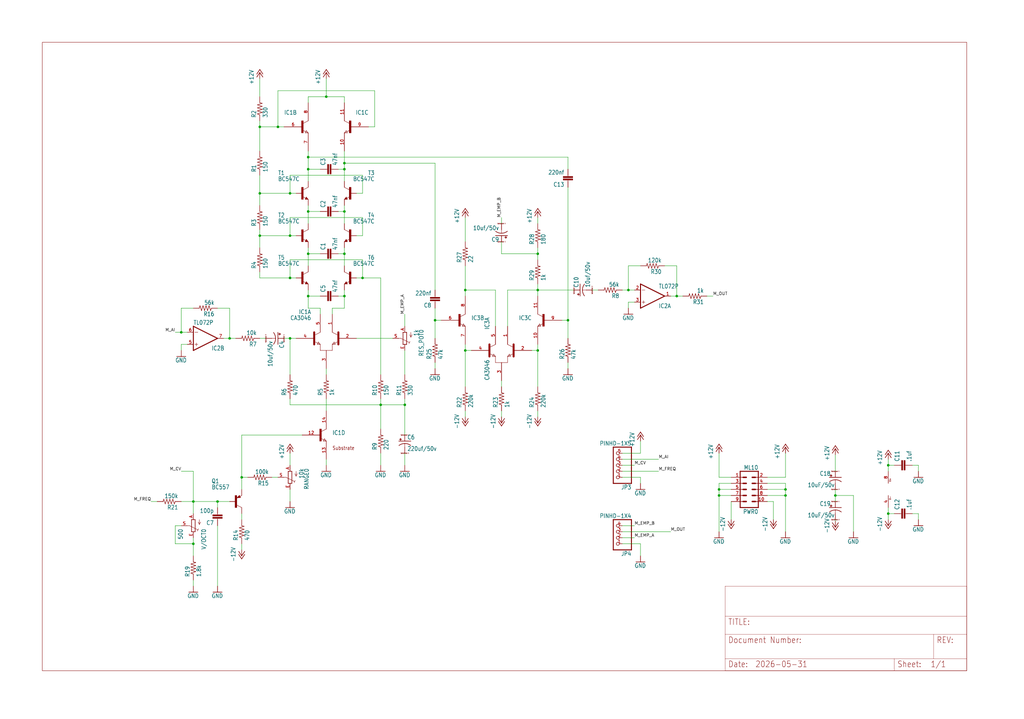
<source format=kicad_sch>
(kicad_sch (version 20231120) (generator "eeschema") (generator_version "8.0")
  (paper "User" 430.454 302.311)
  (junction (at 330.2 208.28))
  (junction (at 238.76 134.62))
  (junction (at 137.16 40.64))
  (junction (at 109.22 53.34))
  (junction (at 195.58 121.92))
  (junction (at 170.18 170.18))
  (junction (at 144.78 124.46))
  (junction (at 121.92 99.06))
  (junction (at 129.54 106.68))
  (junction (at 182.88 134.62))
  (junction (at 330.2 205.74))
  (junction (at 76.2 139.7))
  (junction (at 144.78 88.9))
  (junction (at 226.06 147.32))
  (junction (at 373.38 195.58))
  (junction (at 195.58 147.32))
  (junction (at 373.38 215.9))
  (junction (at 302.26 205.74))
  (junction (at 116.84 53.34))
  (junction (at 121.92 116.84))
  (junction (at 96.52 142.24))
  (junction (at 101.6 200.66))
  (junction (at 129.54 71.12))
  (junction (at 351.155 208.28))
  (junction (at 109.22 99.06))
  (junction (at 121.92 142.24))
  (junction (at 91.44 210.82))
  (junction (at 144.78 106.68))
  (junction (at 129.54 66.04))
  (junction (at 81.28 210.82))
  (junction (at 160.02 170.18))
  (junction (at 152.4 116.84))
  (junction (at 129.54 124.46))
  (junction (at 129.54 88.9))
  (junction (at 144.78 68.58))
  (junction (at 284.48 124.46))
  (junction (at 144.78 71.12))
  (junction (at 81.28 228.6))
  (junction (at 226.06 106.68))
  (junction (at 302.26 208.28))
  (junction (at 226.06 121.92))
  (junction (at 109.22 81.28))
  (junction (at 121.92 81.28))
  (junction (at 264.16 121.92))
  (wire (pts (xy 129.54 66.04) (xy 129.54 71.12)) (stroke (width 0.1524)))
  (wire (pts (xy 137.16 167.64) (xy 137.16 172.72)) (stroke (width 0.1524)))
  (wire (pts (xy 76.2 144.78) (xy 78.74 144.78)) (stroke (width 0.1524)))
  (wire (pts (xy 182.88 154.94) (xy 182.88 152.4)) (stroke (width 0.1524)))
  (wire (pts (xy 238.76 66.04) (xy 238.76 71.12)) (stroke (width 0.1524)))
  (wire (pts (xy 195.58 101.6) (xy 195.58 91.44)) (stroke (width 0.1524)))
  (wire (pts (xy 129.54 88.9) (xy 134.62 88.9)) (stroke (width 0.1524)))
  (wire (pts (xy 269.24 200.66) (xy 269.24 203.2)) (stroke (width 0.1524)))
  (wire (pts (xy 170.18 170.18) (xy 170.18 167.64)) (stroke (width 0.1524)))
  (wire (pts (xy 152.4 109.22) (xy 121.92 109.22)) (stroke (width 0.1524)))
  (wire (pts (xy 351.155 208.28) (xy 358.775 208.28)) (stroke (width 0.1524)))
  (wire (pts (xy 157.48 53.34) (xy 154.94 53.34)) (stroke (width 0.1524)))
  (wire (pts (xy 101.6 182.88) (xy 101.6 200.66)) (stroke (width 0.1524)))
  (wire (pts (xy 149.86 142.24) (xy 165.1 142.24)) (stroke (width 0.1524)))
  (wire (pts (xy 160.02 195.58) (xy 160.02 190.5)) (stroke (width 0.1524)))
  (wire (pts (xy 195.58 175.26) (xy 195.58 172.72)) (stroke (width 0.1524)))
  (wire (pts (xy 226.06 106.68) (xy 226.06 104.14)) (stroke (width 0.1524)))
  (wire (pts (xy 76.2 139.7) (xy 76.2 129.54)) (stroke (width 0.1524)))
  (wire (pts (xy 142.24 124.46) (xy 144.78 124.46)) (stroke (width 0.1524)))
  (wire (pts (xy 170.18 157.48) (xy 170.18 147.32)) (stroke (width 0.1524)))
  (wire (pts (xy 195.58 144.78) (xy 195.58 147.32)) (stroke (width 0.1524)))
  (wire (pts (xy 144.78 71.12) (xy 144.78 68.58)) (stroke (width 0.1524)))
  (wire (pts (xy 144.78 76.2) (xy 144.78 71.12)) (stroke (width 0.1524)))
  (wire (pts (xy 121.92 91.44) (xy 121.92 99.06)) (stroke (width 0.1524)))
  (wire (pts (xy 284.48 124.46) (xy 281.94 124.46)) (stroke (width 0.1524)))
  (wire (pts (xy 210.82 93.98) (xy 210.82 91.44)) (stroke (width 0.1524)))
  (wire (pts (xy 121.92 142.24) (xy 121.92 157.48)) (stroke (width 0.1524)))
  (wire (pts (xy 91.44 220.98) (xy 91.44 246.38)) (stroke (width 0.1524)))
  (wire (pts (xy 351.155 198.12) (xy 351.155 191.135)) (stroke (width 0.1524)))
  (wire (pts (xy 127 182.88) (xy 101.6 182.88)) (stroke (width 0.1524)))
  (wire (pts (xy 73.66 220.98) (xy 73.66 228.6)) (stroke (width 0.1524)))
  (wire (pts (xy 160.02 170.18) (xy 170.18 170.18)) (stroke (width 0.1524)))
  (wire (pts (xy 121.92 190.5) (xy 121.92 195.58)) (stroke (width 0.1524)))
  (wire (pts (xy 330.2 208.28) (xy 322.58 208.28)) (stroke (width 0.1524)))
  (wire (pts (xy 76.2 210.82) (xy 81.28 210.82)) (stroke (width 0.1524)))
  (wire (pts (xy 170.18 195.58) (xy 170.18 190.5)) (stroke (width 0.1524)))
  (wire (pts (xy 152.4 116.84) (xy 160.02 116.84)) (stroke (width 0.1524)))
  (wire (pts (xy 182.88 68.58) (xy 144.78 68.58)) (stroke (width 0.1524)))
  (wire (pts (xy 129.54 86.36) (xy 129.54 88.9)) (stroke (width 0.1524)))
  (wire (pts (xy 129.54 71.12) (xy 129.54 76.2)) (stroke (width 0.1524)))
  (wire (pts (xy 351.155 218.44) (xy 351.155 219.075)) (stroke (width 0.1524)))
  (wire (pts (xy 109.22 104.14) (xy 109.22 99.06)) (stroke (width 0.1524)))
  (wire (pts (xy 152.4 73.66) (xy 121.92 73.66)) (stroke (width 0.1524)))
  (wire (pts (xy 226.06 121.92) (xy 226.06 124.46)) (stroke (width 0.1524)))
  (wire (pts (xy 121.92 99.06) (xy 124.46 99.06)) (stroke (width 0.1524)))
  (wire (pts (xy 269.24 190.5) (xy 269.24 185.42)) (stroke (width 0.1524)))
  (wire (pts (xy 330.2 203.2) (xy 322.58 203.2)) (stroke (width 0.1524)))
  (wire (pts (xy 284.48 111.76) (xy 284.48 124.46)) (stroke (width 0.1524)))
  (wire (pts (xy 149.86 116.84) (xy 152.4 116.84)) (stroke (width 0.1524)))
  (wire (pts (xy 182.88 142.24) (xy 182.88 134.62)) (stroke (width 0.1524)))
  (wire (pts (xy 261.62 190.5) (xy 269.24 190.5)) (stroke (width 0.1524)))
  (wire (pts (xy 121.92 73.66) (xy 121.92 81.28)) (stroke (width 0.1524)))
  (wire (pts (xy 139.7 129.54) (xy 139.7 132.08)) (stroke (width 0.1524)))
  (wire (pts (xy 182.88 68.58) (xy 182.88 121.92)) (stroke (width 0.1524)))
  (wire (pts (xy 152.4 99.06) (xy 152.4 91.44)) (stroke (width 0.1524)))
  (wire (pts (xy 195.58 121.92) (xy 195.58 111.76)) (stroke (width 0.1524)))
  (wire (pts (xy 96.52 142.24) (xy 99.06 142.24)) (stroke (width 0.1524)))
  (wire (pts (xy 373.38 193.04) (xy 373.38 195.58)) (stroke (width 0.1524)))
  (wire (pts (xy 144.78 68.58) (xy 144.78 63.5)) (stroke (width 0.1524)))
  (wire (pts (xy 109.22 116.84) (xy 109.22 114.3)) (stroke (width 0.1524)))
  (wire (pts (xy 129.54 43.18) (xy 129.54 40.64)) (stroke (width 0.1524)))
  (wire (pts (xy 157.48 38.1) (xy 157.48 53.34)) (stroke (width 0.1524)))
  (wire (pts (xy 210.82 101.6) (xy 210.82 106.68)) (stroke (width 0.1524)))
  (wire (pts (xy 144.78 40.64) (xy 144.78 43.18)) (stroke (width 0.1524)))
  (wire (pts (xy 144.78 88.9) (xy 144.78 86.36)) (stroke (width 0.1524)))
  (wire (pts (xy 78.74 139.7) (xy 76.2 139.7)) (stroke (width 0.1524)))
  (wire (pts (xy 76.2 129.54) (xy 81.28 129.54)) (stroke (width 0.1524)))
  (wire (pts (xy 297.18 124.46) (xy 299.72 124.46)) (stroke (width 0.1524)))
  (wire (pts (xy 307.34 203.2) (xy 302.26 203.2)) (stroke (width 0.1524)))
  (wire (pts (xy 226.06 162.56) (xy 226.06 147.32)) (stroke (width 0.1524)))
  (wire (pts (xy 264.16 121.92) (xy 264.16 111.76)) (stroke (width 0.1524)))
  (wire (pts (xy 91.44 210.82) (xy 96.52 210.82)) (stroke (width 0.1524)))
  (wire (pts (xy 144.78 129.54) (xy 139.7 129.54)) (stroke (width 0.1524)))
  (wire (pts (xy 198.12 147.32) (xy 195.58 147.32)) (stroke (width 0.1524)))
  (wire (pts (xy 109.22 142.24) (xy 111.76 142.24)) (stroke (width 0.1524)))
  (wire (pts (xy 129.54 106.68) (xy 129.54 104.14)) (stroke (width 0.1524)))
  (wire (pts (xy 81.28 210.82) (xy 81.28 198.12)) (stroke (width 0.1524)))
  (wire (pts (xy 121.92 99.06) (xy 109.22 99.06)) (stroke (width 0.1524)))
  (wire (pts (xy 129.54 106.68) (xy 134.62 106.68)) (stroke (width 0.1524)))
  (wire (pts (xy 238.76 134.62) (xy 238.76 142.24)) (stroke (width 0.1524)))
  (wire (pts (xy 109.22 81.28) (xy 109.22 73.66)) (stroke (width 0.1524)))
  (wire (pts (xy 383.54 195.58) (xy 386.08 195.58)) (stroke (width 0.1524)))
  (wire (pts (xy 152.4 81.28) (xy 152.4 73.66)) (stroke (width 0.1524)))
  (wire (pts (xy 226.06 93.98) (xy 226.06 91.44)) (stroke (width 0.1524)))
  (wire (pts (xy 261.62 220.98) (xy 266.7 220.98)) (stroke (width 0.1524)))
  (wire (pts (xy 213.36 121.92) (xy 226.06 121.92)) (stroke (width 0.1524)))
  (wire (pts (xy 81.28 215.9) (xy 81.28 210.82)) (stroke (width 0.1524)))
  (wire (pts (xy 116.84 53.34) (xy 116.84 38.1)) (stroke (width 0.1524)))
  (wire (pts (xy 160.02 116.84) (xy 160.02 157.48)) (stroke (width 0.1524)))
  (wire (pts (xy 264.16 127) (xy 266.7 127)) (stroke (width 0.1524)))
  (wire (pts (xy 322.58 200.66) (xy 330.2 200.66)) (stroke (width 0.1524)))
  (wire (pts (xy 129.54 63.5) (xy 129.54 66.04)) (stroke (width 0.1524)))
  (wire (pts (xy 137.16 193.04) (xy 137.16 195.58)) (stroke (width 0.1524)))
  (wire (pts (xy 330.2 223.52) (xy 330.2 208.28)) (stroke (width 0.1524)))
  (wire (pts (xy 307.34 205.74) (xy 302.26 205.74)) (stroke (width 0.1524)))
  (wire (pts (xy 226.06 147.32) (xy 226.06 144.78)) (stroke (width 0.1524)))
  (wire (pts (xy 152.4 116.84) (xy 152.4 109.22)) (stroke (width 0.1524)))
  (wire (pts (xy 195.58 124.46) (xy 195.58 121.92)) (stroke (width 0.1524)))
  (wire (pts (xy 373.38 218.44) (xy 373.38 215.9)) (stroke (width 0.1524)))
  (wire (pts (xy 101.6 218.44) (xy 101.6 215.9)) (stroke (width 0.1524)))
  (wire (pts (xy 261.62 121.92) (xy 264.16 121.92)) (stroke (width 0.1524)))
  (wire (pts (xy 210.82 175.26) (xy 210.82 172.72)) (stroke (width 0.1524)))
  (wire (pts (xy 144.78 93.98) (xy 144.78 88.9)) (stroke (width 0.1524)))
  (wire (pts (xy 383.54 215.9) (xy 386.08 215.9)) (stroke (width 0.1524)))
  (wire (pts (xy 116.84 38.1) (xy 157.48 38.1)) (stroke (width 0.1524)))
  (wire (pts (xy 121.92 81.28) (xy 109.22 81.28)) (stroke (width 0.1524)))
  (wire (pts (xy 144.78 111.76) (xy 144.78 106.68)) (stroke (width 0.1524)))
  (wire (pts (xy 144.78 106.68) (xy 144.78 104.14)) (stroke (width 0.1524)))
  (wire (pts (xy 101.6 200.66) (xy 104.14 200.66)) (stroke (width 0.1524)))
  (wire (pts (xy 261.62 198.12) (xy 276.86 198.12)) (stroke (width 0.1524)))
  (wire (pts (xy 137.16 154.94) (xy 137.16 157.48)) (stroke (width 0.1524)))
  (wire (pts (xy 330.2 205.74) (xy 330.2 203.2)) (stroke (width 0.1524)))
  (wire (pts (xy 109.22 99.06) (xy 109.22 96.52)) (stroke (width 0.1524)))
  (wire (pts (xy 160.02 170.18) (xy 160.02 167.64)) (stroke (width 0.1524)))
  (wire (pts (xy 121.92 210.82) (xy 121.92 205.74)) (stroke (width 0.1524)))
  (wire (pts (xy 109.22 86.36) (xy 109.22 81.28)) (stroke (width 0.1524)))
  (wire (pts (xy 144.78 121.92) (xy 144.78 124.46)) (stroke (width 0.1524)))
  (wire (pts (xy 81.28 198.12) (xy 76.2 198.12)) (stroke (width 0.1524)))
  (wire (pts (xy 109.22 63.5) (xy 109.22 53.34)) (stroke (width 0.1524)))
  (wire (pts (xy 261.62 200.66) (xy 269.24 200.66)) (stroke (width 0.1524)))
  (wire (pts (xy 144.78 124.46) (xy 144.78 129.54)) (stroke (width 0.1524)))
  (wire (pts (xy 330.2 200.66) (xy 330.2 190.5)) (stroke (width 0.1524)))
  (wire (pts (xy 76.2 147.32) (xy 76.2 144.78)) (stroke (width 0.1524)))
  (wire (pts (xy 76.2 220.98) (xy 73.66 220.98)) (stroke (width 0.1524)))
  (wire (pts (xy 149.86 99.06) (xy 152.4 99.06)) (stroke (width 0.1524)))
  (wire (pts (xy 81.28 243.84) (xy 81.28 246.38)) (stroke (width 0.1524)))
  (wire (pts (xy 121.92 170.18) (xy 160.02 170.18)) (stroke (width 0.1524)))
  (wire (pts (xy 322.58 210.82) (xy 325.12 210.82)) (stroke (width 0.1524)))
  (wire (pts (xy 142.24 88.9) (xy 144.78 88.9)) (stroke (width 0.1524)))
  (wire (pts (xy 266.7 121.92) (xy 264.16 121.92)) (stroke (width 0.1524)))
  (wire (pts (xy 137.16 40.64) (xy 137.16 33.02)) (stroke (width 0.1524)))
  (wire (pts (xy 373.38 195.58) (xy 375.92 195.58)) (stroke (width 0.1524)))
  (wire (pts (xy 121.92 109.22) (xy 121.92 116.84)) (stroke (width 0.1524)))
  (wire (pts (xy 121.92 116.84) (xy 109.22 116.84)) (stroke (width 0.1524)))
  (wire (pts (xy 170.18 182.88) (xy 170.18 170.18)) (stroke (width 0.1524)))
  (wire (pts (xy 351.155 208.28) (xy 351.155 210.82)) (stroke (width 0.1524)))
  (wire (pts (xy 160.02 180.34) (xy 160.02 170.18)) (stroke (width 0.1524)))
  (wire (pts (xy 129.54 88.9) (xy 129.54 93.98)) (stroke (width 0.1524)))
  (wire (pts (xy 302.26 208.28) (xy 302.26 223.52)) (stroke (width 0.1524)))
  (wire (pts (xy 121.92 142.24) (xy 124.46 142.24)) (stroke (width 0.1524)))
  (wire (pts (xy 213.36 137.16) (xy 213.36 121.92)) (stroke (width 0.1524)))
  (wire (pts (xy 322.58 205.74) (xy 330.2 205.74)) (stroke (width 0.1524)))
  (wire (pts (xy 261.62 223.52) (xy 281.94 223.52)) (stroke (width 0.1524)))
  (wire (pts (xy 129.54 129.54) (xy 129.54 124.46)) (stroke (width 0.1524)))
  (wire (pts (xy 129.54 40.64) (xy 137.16 40.64)) (stroke (width 0.1524)))
  (wire (pts (xy 226.06 121.92) (xy 241.3 121.92)) (stroke (width 0.1524)))
  (wire (pts (xy 129.54 111.76) (xy 129.54 106.68)) (stroke (width 0.1524)))
  (wire (pts (xy 226.06 109.22) (xy 226.06 106.68)) (stroke (width 0.1524)))
  (wire (pts (xy 351.155 205.74) (xy 351.155 208.28)) (stroke (width 0.1524)))
  (wire (pts (xy 152.4 91.44) (xy 121.92 91.44)) (stroke (width 0.1524)))
  (wire (pts (xy 73.66 228.6) (xy 81.28 228.6)) (stroke (width 0.1524)))
  (wire (pts (xy 330.2 205.74) (xy 330.2 208.28)) (stroke (width 0.1524)))
  (wire (pts (xy 81.28 210.82) (xy 91.44 210.82)) (stroke (width 0.1524)))
  (wire (pts (xy 121.92 81.28) (xy 124.46 81.28)) (stroke (width 0.1524)))
  (wire (pts (xy 182.88 134.62) (xy 185.42 134.62)) (stroke (width 0.1524)))
  (wire (pts (xy 134.62 71.12) (xy 129.54 71.12)) (stroke (width 0.1524)))
  (wire (pts (xy 226.06 175.26) (xy 226.06 172.72)) (stroke (width 0.1524)))
  (wire (pts (xy 251.46 121.92) (xy 248.92 121.92)) (stroke (width 0.1524)))
  (wire (pts (xy 302.26 200.66) (xy 307.34 200.66)) (stroke (width 0.1524)))
  (wire (pts (xy 386.08 215.9) (xy 386.08 218.44)) (stroke (width 0.1524)))
  (wire (pts (xy 66.04 210.82) (xy 63.5 210.82)) (stroke (width 0.1524)))
  (wire (pts (xy 302.26 190.5) (xy 302.26 200.66)) (stroke (width 0.1524)))
  (wire (pts (xy 238.76 66.04) (xy 129.54 66.04)) (stroke (width 0.1524)))
  (wire (pts (xy 91.44 129.54) (xy 96.52 129.54)) (stroke (width 0.1524)))
  (wire (pts (xy 134.62 132.08) (xy 134.62 129.54)) (stroke (width 0.1524)))
  (wire (pts (xy 137.16 40.64) (xy 144.78 40.64)) (stroke (width 0.1524)))
  (wire (pts (xy 386.08 195.58) (xy 386.08 198.12)) (stroke (width 0.1524)))
  (wire (pts (xy 182.88 134.62) (xy 182.88 129.54)) (stroke (width 0.1524)))
  (wire (pts (xy 96.52 129.54) (xy 96.52 142.24)) (stroke (width 0.1524)))
  (wire (pts (xy 101.6 205.74) (xy 101.6 200.66)) (stroke (width 0.1524)))
  (wire (pts (xy 81.28 228.6) (xy 81.28 226.06)) (stroke (width 0.1524)))
  (wire (pts (xy 264.16 129.54) (xy 264.16 127)) (stroke (width 0.1524)))
  (wire (pts (xy 93.98 142.24) (xy 96.52 142.24)) (stroke (width 0.1524)))
  (wire (pts (xy 149.86 81.28) (xy 152.4 81.28)) (stroke (width 0.1524)))
  (wire (pts (xy 121.92 167.64) (xy 121.92 170.18)) (stroke (width 0.1524)))
  (wire (pts (xy 121.92 116.84) (xy 124.46 116.84)) (stroke (width 0.1524)))
  (wire (pts (xy 358.775 208.28) (xy 358.775 223.52)) (stroke (width 0.1524)))
  (wire (pts (xy 307.34 208.28) (xy 302.26 208.28)) (stroke (width 0.1524)))
  (wire (pts (xy 226.06 121.92) (xy 226.06 119.38)) (stroke (width 0.1524)))
  (wire (pts (xy 302.26 203.2) (xy 302.26 205.74)) (stroke (width 0.1524)))
  (wire (pts (xy 236.22 134.62) (xy 238.76 134.62)) (stroke (width 0.1524)))
  (wire (pts (xy 307.34 218.44) (xy 307.34 210.82)) (stroke (width 0.1524)))
  (wire (pts (xy 170.18 137.16) (xy 170.18 132.08)) (stroke (width 0.1524)))
  (wire (pts (xy 109.22 53.34) (xy 109.22 50.8)) (stroke (width 0.1524)))
  (wire (pts (xy 210.82 162.56) (xy 210.82 160.02)) (stroke (width 0.1524)))
  (wire (pts (xy 91.44 213.36) (xy 91.44 210.82)) (stroke (width 0.1524)))
  (wire (pts (xy 238.76 134.62) (xy 238.76 78.74)) (stroke (width 0.1524)))
  (wire (pts (xy 373.38 215.9) (xy 373.38 213.36)) (stroke (width 0.1524)))
  (wire (pts (xy 142.24 106.68) (xy 144.78 106.68)) (stroke (width 0.1524)))
  (wire (pts (xy 373.38 215.9) (xy 375.92 215.9)) (stroke (width 0.1524)))
  (wire (pts (xy 373.38 195.58) (xy 373.38 198.12)) (stroke (width 0.1524)))
  (wire (pts (xy 116.84 53.34) (xy 109.22 53.34)) (stroke (width 0.1524)))
  (wire (pts (xy 223.52 147.32) (xy 226.06 147.32)) (stroke (width 0.1524)))
  (wire (pts (xy 195.58 147.32) (xy 195.58 162.56)) (stroke (width 0.1524)))
  (wire (pts (xy 264.16 111.76) (xy 269.24 111.76)) (stroke (width 0.1524)))
  (wire (pts (xy 81.28 233.68) (xy 81.28 228.6)) (stroke (width 0.1524)))
  (wire (pts (xy 76.2 139.7) (xy 73.66 139.7)) (stroke (width 0.1524)))
  (wire (pts (xy 129.54 124.46) (xy 129.54 121.92)) (stroke (width 0.1524)))
  (wire (pts (xy 261.62 193.04) (xy 276.86 193.04)) (stroke (width 0.1524)))
  (wire (pts (xy 238.76 154.94) (xy 238.76 152.4)) (stroke (width 0.1524)))
  (wire (pts (xy 261.62 228.6) (xy 269.24 228.6)) (stroke (width 0.1524)))
  (wire (pts (xy 109.22 40.64) (xy 109.22 33.02)) (stroke (width 0.1524)))
  (wire (pts (xy 302.26 205.74) (xy 302.26 208.28)) (stroke (width 0.1524)))
  (wire (pts (xy 287.02 124.46) (xy 284.48 124.46)) (stroke (width 0.1524)))
  (wire (pts (xy 208.28 121.92) (xy 208.28 137.16)) (stroke (width 0.1524)))
  (wire (pts (xy 269.24 228.6) (xy 269.24 233.68)) (stroke (width 0.1524)))
  (wire (pts (xy 210.82 106.68) (xy 226.06 106.68)) (stroke (width 0.1524)))
  (wire (pts (xy 325.12 210.82) (xy 325.12 218.44)) (stroke (width 0.1524)))
  (wire (pts (xy 261.62 195.58) (xy 266.7 195.58)) (stroke (width 0.1524)))
  (wire (pts (xy 129.54 124.46) (xy 134.62 124.46)) (stroke (width 0.1524)))
  (wire (pts (xy 195.58 121.92) (xy 208.28 121.92)) (stroke (width 0.1524)))
  (wire (pts (xy 134.62 129.54) (xy 129.54 129.54)) (stroke (width 0.1524)))
  (wire (pts (xy 119.38 142.24) (xy 121.92 142.24)) (stroke (width 0.1524)))
  (wire (pts (xy 101.6 228.6) (xy 101.6 231.14)) (stroke (width 0.1524)))
  (wire (pts (xy 261.62 226.06) (xy 266.7 226.06)) (stroke (width 0.1524)))
  (wire (pts (xy 114.3 200.66) (xy 116.84 200.66)) (stroke (width 0.1524)))
  (wire (pts (xy 144.78 71.12) (xy 142.24 71.12)) (stroke (width 0.1524)))
  (wire (pts (xy 279.4 111.76) (xy 284.48 111.76)) (stroke (width 0.1524)))
  (wire (pts (xy 119.38 53.34) (xy 116.84 53.34)) (stroke (width 0.1524)))
  (label "M_FREQ" (at 63.5 210.82 180) (effects (font (size 1.2446 1.2446))))
  (label "M_OUT" (at 281.94 223.52 0) (effects (font (size 1.2446 1.2446))))
  (label "M_EMP_A" (at 266.7 226.06 0) (effects (font (size 1.2446 1.2446))))
  (label "M_CV" (at 76.2 198.12 180) (effects (font (size 1.2446 1.2446))))
  (label "M_EMP_B" (at 210.82 91.44 90) (effects (font (size 1.2446 1.2446))))
  (label "M_CV" (at 266.7 195.58 0) (effects (font (size 1.2446 1.2446))))
  (label "M_EMP_A" (at 170.18 132.08 90) (effects (font (size 1.2446 1.2446))))
  (label "M_FREQ" (at 276.86 198.12 0) (effects (font (size 1.2446 1.2446))))
  (label "M_AI" (at 276.86 193.04 0) (effects (font (size 1.2446 1.2446))))
  (label "M_AI" (at 73.66 139.7 180) (effects (font (size 1.2446 1.2446))))
  (label "M_OUT" (at 299.72 124.46 0) (effects (font (size 1.2446 1.2446))))
  (label "M_EMP_B" (at 266.7 220.98 0) (effects (font (size 1.2446 1.2446))))
  (symbol (lib_id "mainboard-eagle-import:GND") (at 386.08 220.98 0) (unit 1)
    (property "Reference" "#GND28" (effects (hide yes)))
    (property "Value" "GND" (at 383.54 223.52 0) (effects (font (size 1.778 1.5113)) (justify left bottom)))
  )
  (symbol (lib_id "mainboard-eagle-import:CPOL-USE3.5-10") (at 170.18 185.42 0) (unit 1)
    (property "Reference" "C6" (at 171.196 184.785 0) (effects (font (size 1.778 1.5113)) (justify left bottom)))
    (property "Value" "220uf/50v" (at 171.196 189.611 0) (effects (font (size 1.778 1.5113)) (justify left bottom)))
    (property "Footprint" "mainboard:E3,5-10" (effects (hide yes)))
  )
  (symbol (lib_id "mainboard-eagle-import:C-EU050-024X044") (at 137.16 106.68 90) (unit 1)
    (property "Reference" "C1" (at 136.779 105.156 0) (effects (font (size 1.778 1.5113)) (justify left bottom)))
    (property "Value" "47nf" (at 141.859 105.156 0) (effects (font (size 1.778 1.5113)) (justify left bottom)))
    (property "Footprint" "mainboard:C050-024X044" (effects (hide yes)))
  )
  (symbol (lib_id "mainboard-eagle-import:R-US_0204/7") (at 109.22 200.66 180) (unit 1)
    (property "Reference" "R15" (at 113.03 202.1586 0) (effects (font (size 1.778 1.5113)) (justify left bottom)))
    (property "Value" "100k" (at 113.03 197.358 0) (effects (font (size 1.778 1.5113)) (justify left bottom)))
    (property "Footprint" "mainboard:0204_7" (effects (hide yes)))
  )
  (symbol (lib_id "mainboard-eagle-import:R-US_0204/7") (at 182.88 147.32 90) (unit 1)
    (property "Reference" "R25" (at 181.3814 151.13 0) (effects (font (size 1.778 1.5113)) (justify left bottom)))
    (property "Value" "47k" (at 186.182 151.13 0) (effects (font (size 1.778 1.5113)) (justify left bottom)))
    (property "Footprint" "mainboard:0204_7" (effects (hide yes)))
  )
  (symbol (lib_id "mainboard-eagle-import:-NPN-TO92-CBE") (at 127 99.06 0) (unit 1)
    (property "Reference" "T2" (at 116.84 91.44 0) (effects (font (size 1.778 1.5113)) (justify left bottom)))
    (property "Value" "BC547C" (at 116.84 93.98 0) (effects (font (size 1.778 1.5113)) (justify left bottom)))
    (property "Footprint" "mainboard:TO92-CBE" (effects (hide yes)))
  )
  (symbol (lib_id "mainboard-eagle-import:-NPN-TO92-CBE") (at 127 81.28 0) (unit 1)
    (property "Reference" "T1" (at 116.84 73.66 0) (effects (font (size 1.778 1.5113)) (justify left bottom)))
    (property "Value" "BC547C" (at 116.84 76.2 0) (effects (font (size 1.778 1.5113)) (justify left bottom)))
    (property "Footprint" "mainboard:TO92-CBE" (effects (hide yes)))
  )
  (symbol (lib_id "mainboard-eagle-import:+12V") (at 351.155 188.595 0) (unit 1)
    (property "Reference" "#P+11" (effects (hide yes)))
    (property "Value" "+12V" (at 348.615 193.675 90) (effects (font (size 1.778 1.5113)) (justify left bottom)))
  )
  (symbol (lib_id "mainboard-eagle-import:TL072P") (at 373.38 205.74 0) (unit 3)
    (property "Reference" "IC2" (effects (hide yes)))
    (property "Value" "TL072P" (effects (hide yes)))
    (property "Footprint" "mainboard:DIL08" (effects (hide yes)))
  )
  (symbol (lib_id "mainboard-eagle-import:CPOL-USE2.5-6") (at 351.155 213.36 0) (unit 1)
    (property "Reference" "C19" (at 344.551 212.725 0) (effects (font (size 1.778 1.5113)) (justify left bottom)))
    (property "Value" "10uF/50v" (at 339.471 217.551 0) (effects (font (size 1.778 1.5113)) (justify left bottom)))
    (property "Footprint" "mainboard:E2,5-6" (effects (hide yes)))
  )
  (symbol (lib_id "mainboard-eagle-import:-12V") (at 195.58 177.8 0) (unit 1)
    (property "Reference" "#P-3" (effects (hide yes)))
    (property "Value" "-12V" (at 193.04 180.34 90) (effects (font (size 1.778 1.5113)) (justify left bottom)))
  )
  (symbol (lib_id "mainboard-eagle-import:CA3046") (at 134.62 182.88 0) (unit 4)
    (property "Reference" "IC1" (at 139.7 182.88 0) (effects (font (size 1.778 1.5113)) (justify left bottom)))
    (property "Value" "CA3046" (effects (hide yes)))
    (property "Footprint" "mainboard:DIL14" (effects (hide yes)))
  )
  (symbol (lib_id "mainboard-eagle-import:R-US_0204/7") (at 109.22 91.44 90) (unit 1)
    (property "Reference" "R3" (at 107.7214 95.25 0) (effects (font (size 1.778 1.5113)) (justify left bottom)))
    (property "Value" "150" (at 112.522 95.25 0) (effects (font (size 1.778 1.5113)) (justify left bottom)))
    (property "Footprint" "mainboard:0204_7" (effects (hide yes)))
  )
  (symbol (lib_id "mainboard-eagle-import:+12V") (at 195.58 88.9 0) (unit 1)
    (property "Reference" "#P+5" (effects (hide yes)))
    (property "Value" "+12V" (at 193.04 93.98 90) (effects (font (size 1.778 1.5113)) (justify left bottom)))
  )
  (symbol (lib_id "mainboard-eagle-import:GND") (at 121.92 213.36 0) (unit 1)
    (property "Reference" "#GND5" (effects (hide yes)))
    (property "Value" "GND" (at 119.38 215.9 0) (effects (font (size 1.778 1.5113)) (justify left bottom)))
  )
  (symbol (lib_id "mainboard-eagle-import:-12V") (at 373.38 220.98 0) (unit 1)
    (property "Reference" "#P-2" (effects (hide yes)))
    (property "Value" "-12V" (at 370.84 223.52 90) (effects (font (size 1.778 1.5113)) (justify left bottom)))
  )
  (symbol (lib_id "mainboard-eagle-import:-12V") (at 325.12 220.98 0) (unit 1)
    (property "Reference" "#P-11" (effects (hide yes)))
    (property "Value" "-12V" (at 322.58 223.52 90) (effects (font (size 1.778 1.5113)) (justify left bottom)))
  )
  (symbol (lib_id "mainboard-eagle-import:C-EU050-024X044") (at 182.88 127 180) (unit 1)
    (property "Reference" "C8" (at 181.356 127.381 0) (effects (font (size 1.778 1.5113)) (justify left bottom)))
    (property "Value" "220nf" (at 181.356 122.301 0) (effects (font (size 1.778 1.5113)) (justify left bottom)))
    (property "Footprint" "mainboard:C050-024X044" (effects (hide yes)))
  )
  (symbol (lib_id "mainboard-eagle-import:+12V") (at 269.24 182.88 0) (unit 1)
    (property "Reference" "#P+9" (effects (hide yes)))
    (property "Value" "+12V" (at 266.7 187.96 90) (effects (font (size 1.778 1.5113)) (justify left bottom)))
  )
  (symbol (lib_id "mainboard-eagle-import:R-US_0204/7") (at 81.28 238.76 90) (unit 1)
    (property "Reference" "R19" (at 79.7814 242.57 0) (effects (font (size 1.778 1.5113)) (justify left bottom)))
    (property "Value" "1.8k" (at 84.582 242.57 0) (effects (font (size 1.778 1.5113)) (justify left bottom)))
    (property "Footprint" "mainboard:0204_7" (effects (hide yes)))
  )
  (symbol (lib_id "mainboard-eagle-import:R-US_0204/7") (at 170.18 162.56 90) (unit 1)
    (property "Reference" "R11" (at 168.6814 166.37 0) (effects (font (size 1.778 1.5113)) (justify left bottom)))
    (property "Value" "330" (at 173.482 166.37 0) (effects (font (size 1.778 1.5113)) (justify left bottom)))
    (property "Footprint" "mainboard:0204_7" (effects (hide yes)))
  )
  (symbol (lib_id "mainboard-eagle-import:+12V") (at 109.22 30.48 0) (unit 1)
    (property "Reference" "#P+1" (effects (hide yes)))
    (property "Value" "+12V" (at 106.68 35.56 90) (effects (font (size 1.778 1.5113)) (justify left bottom)))
  )
  (symbol (lib_id "mainboard-eagle-import:PINHD-1X4") (at 259.08 223.52 180) (unit 1)
    (property "Reference" "JP4" (at 265.43 231.775 0) (effects (font (size 1.778 1.5113)) (justify left bottom)))
    (property "Value" "PINHD-1X4" (at 265.43 215.9 0) (effects (font (size 1.778 1.5113)) (justify left bottom)))
    (property "Footprint" "mainboard:1X04" (effects (hide yes)))
  )
  (symbol (lib_id "mainboard-eagle-import:CA3046") (at 127 53.34 0) (unit 2)
    (property "Reference" "IC1" (at 119.38 48.26 0) (effects (font (size 1.778 1.5113)) (justify left bottom)))
    (property "Value" "CA3046" (effects (hide yes)))
    (property "Footprint" "mainboard:DIL14" (effects (hide yes)))
  )
  (symbol (lib_id "mainboard-eagle-import:GND") (at 137.16 198.12 0) (unit 1)
    (property "Reference" "#GND2" (effects (hide yes)))
    (property "Value" "GND" (at 134.62 200.66 0) (effects (font (size 1.778 1.5113)) (justify left bottom)))
  )
  (symbol (lib_id "mainboard-eagle-import:C-EU050-024X044") (at 238.76 76.2 180) (unit 1)
    (property "Reference" "C13" (at 237.236 76.581 0) (effects (font (size 1.778 1.5113)) (justify left bottom)))
    (property "Value" "220nf" (at 237.236 71.501 0) (effects (font (size 1.778 1.5113)) (justify left bottom)))
    (property "Footprint" "mainboard:C050-024X044" (effects (hide yes)))
  )
  (symbol (lib_id "mainboard-eagle-import:GND") (at 269.24 236.22 0) (unit 1)
    (property "Reference" "#GND25" (effects (hide yes)))
    (property "Value" "GND" (at 266.7 238.76 0) (effects (font (size 1.778 1.5113)) (justify left bottom)))
  )
  (symbol (lib_id "mainboard-eagle-import:GND") (at 238.76 157.48 0) (unit 1)
    (property "Reference" "#GND10" (effects (hide yes)))
    (property "Value" "GND" (at 236.22 160.02 0) (effects (font (size 1.778 1.5113)) (justify left bottom)))
  )
  (symbol (lib_id "mainboard-eagle-import:GND") (at 330.2 226.06 0) (unit 1)
    (property "Reference" "#GND27" (effects (hide yes)))
    (property "Value" "GND" (at 327.66 228.6 0) (effects (font (size 1.778 1.5113)) (justify left bottom)))
  )
  (symbol (lib_id "mainboard-eagle-import:R-US_0204/7") (at 160.02 162.56 90) (unit 1)
    (property "Reference" "R10" (at 158.5214 166.37 0) (effects (font (size 1.778 1.5113)) (justify left bottom)))
    (property "Value" "150" (at 163.322 166.37 0) (effects (font (size 1.778 1.5113)) (justify left bottom)))
    (property "Footprint" "mainboard:0204_7" (effects (hide yes)))
  )
  (symbol (lib_id "mainboard-eagle-import:CPOL-USE2.5-5") (at 210.82 99.06 180) (unit 1)
    (property "Reference" "C9" (at 209.804 99.695 0) (effects (font (size 1.778 1.5113)) (justify left bottom)))
    (property "Value" "10uf/50v" (at 209.804 94.869 0) (effects (font (size 1.778 1.5113)) (justify left bottom)))
    (property "Footprint" "mainboard:E2,5-5" (effects (hide yes)))
  )
  (symbol (lib_id "mainboard-eagle-import:C-EU050-024X044") (at 378.46 215.9 90) (unit 1)
    (property "Reference" "C12" (at 378.079 214.376 0) (effects (font (size 1.778 1.5113)) (justify left bottom)))
    (property "Value" ".1uf" (at 383.159 214.376 0) (effects (font (size 1.778 1.5113)) (justify left bottom)))
    (property "Footprint" "mainboard:C050-024X044" (effects (hide yes)))
  )
  (symbol (lib_id "mainboard-eagle-import:R-US_0204/7") (at 226.06 167.64 90) (unit 1)
    (property "Reference" "R24" (at 224.5614 171.45 0) (effects (font (size 1.778 1.5113)) (justify left bottom)))
    (property "Value" "220k" (at 229.362 171.45 0) (effects (font (size 1.778 1.5113)) (justify left bottom)))
    (property "Footprint" "mainboard:0204_7" (effects (hide yes)))
  )
  (symbol (lib_id "mainboard-eagle-import:R-US_0204/7") (at 210.82 167.64 90) (unit 1)
    (property "Reference" "R23" (at 209.3214 171.45 0) (effects (font (size 1.778 1.5113)) (justify left bottom)))
    (property "Value" "1k" (at 214.122 171.45 0) (effects (font (size 1.778 1.5113)) (justify left bottom)))
    (property "Footprint" "mainboard:0204_7" (effects (hide yes)))
  )
  (symbol (lib_id "mainboard-eagle-import:-12V") (at 226.06 177.8 0) (unit 1)
    (property "Reference" "#P-5" (effects (hide yes)))
    (property "Value" "-12V" (at 223.52 180.34 90) (effects (font (size 1.778 1.5113)) (justify left bottom)))
  )
  (symbol (lib_id "mainboard-eagle-import:CPOL-USE2.5-5") (at 243.84 121.92 90) (unit 1)
    (property "Reference" "C10" (at 243.205 120.904 0) (effects (font (size 1.778 1.5113)) (justify left bottom)))
    (property "Value" "10uf/50v" (at 248.031 120.904 0) (effects (font (size 1.778 1.5113)) (justify left bottom)))
    (property "Footprint" "mainboard:E2,5-5" (effects (hide yes)))
  )
  (symbol (lib_id "mainboard-eagle-import:TL072P") (at 86.36 142.24 0) (mirror x) (unit 2)
    (property "Reference" "IC2" (at 88.9 145.415 0) (effects (font (size 1.778 1.5113)) (justify left bottom)))
    (property "Value" "TL072P" (at 81.28 134.62 0) (effects (font (size 1.778 1.5113)) (justify left bottom)))
    (property "Footprint" "mainboard:DIL08" (effects (hide yes)))
  )
  (symbol (lib_id "mainboard-eagle-import:+12V") (at 302.26 187.96 0) (unit 1)
    (property "Reference" "#P+13" (effects (hide yes)))
    (property "Value" "+12V" (at 299.72 193.04 90) (effects (font (size 1.778 1.5113)) (justify left bottom)))
  )
  (symbol (lib_id "mainboard-eagle-import:-NPN-TO92-CBE") (at 147.32 116.84 0) (mirror y) (unit 1)
    (property "Reference" "T6" (at 157.48 109.22 0) (effects (font (size 1.778 1.5113)) (justify left bottom)))
    (property "Value" "BC547C" (at 157.48 111.76 0) (effects (font (size 1.778 1.5113)) (justify left bottom)))
    (property "Footprint" "mainboard:TO92-CBE" (effects (hide yes)))
  )
  (symbol (lib_id "mainboard-eagle-import:GND") (at 91.44 248.92 0) (unit 1)
    (property "Reference" "#GND7" (effects (hide yes)))
    (property "Value" "GND" (at 88.9 251.46 0) (effects (font (size 1.778 1.5113)) (justify left bottom)))
  )
  (symbol (lib_id "mainboard-eagle-import:+12V") (at 373.38 190.5 0) (unit 1)
    (property "Reference" "#P+4" (effects (hide yes)))
    (property "Value" "+12V" (at 370.84 195.58 90) (effects (font (size 1.778 1.5113)) (justify left bottom)))
  )
  (symbol (lib_id "mainboard-eagle-import:DINA3_L") (at 17.78 281.94 0) (unit 1)
    (property "Reference" "#FRAME1" (effects (hide yes)))
    (property "Value" "DINA3_L" (effects (hide yes)))
  )
  (symbol (lib_id "mainboard-eagle-import:R-US_0204/7") (at 195.58 167.64 90) (unit 1)
    (property "Reference" "R22" (at 194.0814 171.45 0) (effects (font (size 1.778 1.5113)) (justify left bottom)))
    (property "Value" "220k" (at 198.882 171.45 0) (effects (font (size 1.778 1.5113)) (justify left bottom)))
    (property "Footprint" "mainboard:0204_7" (effects (hide yes)))
  )
  (symbol (lib_id "mainboard-eagle-import:R-US_0204/7") (at 137.16 162.56 90) (unit 1)
    (property "Reference" "R5" (at 135.6614 166.37 0) (effects (font (size 1.778 1.5113)) (justify left bottom)))
    (property "Value" "1k" (at 140.462 166.37 0) (effects (font (size 1.778 1.5113)) (justify left bottom)))
    (property "Footprint" "mainboard:0204_7" (effects (hide yes)))
  )
  (symbol (lib_id "mainboard-eagle-import:C-EU050-024X044") (at 137.16 88.9 90) (unit 1)
    (property "Reference" "C2" (at 136.779 87.376 0) (effects (font (size 1.778 1.5113)) (justify left bottom)))
    (property "Value" "47nf" (at 141.859 87.376 0) (effects (font (size 1.778 1.5113)) (justify left bottom)))
    (property "Footprint" "mainboard:C050-024X044" (effects (hide yes)))
  )
  (symbol (lib_id "mainboard-eagle-import:GND") (at 269.24 205.74 0) (unit 1)
    (property "Reference" "#GND24" (effects (hide yes)))
    (property "Value" "GND" (at 266.7 208.28 0) (effects (font (size 1.778 1.5113)) (justify left bottom)))
  )
  (symbol (lib_id "mainboard-eagle-import:C-EU050-024X044") (at 378.46 195.58 90) (unit 1)
    (property "Reference" "C11" (at 378.079 194.056 0) (effects (font (size 1.778 1.5113)) (justify left bottom)))
    (property "Value" ".1uf" (at 383.159 194.056 0) (effects (font (size 1.778 1.5113)) (justify left bottom)))
    (property "Footprint" "mainboard:C050-024X044" (effects (hide yes)))
  )
  (symbol (lib_id "mainboard-eagle-import:R-US_0204/7") (at 109.22 45.72 90) (unit 1)
    (property "Reference" "R2" (at 107.7214 49.53 0) (effects (font (size 1.778 1.5113)) (justify left bottom)))
    (property "Value" "330" (at 112.522 49.53 0) (effects (font (size 1.778 1.5113)) (justify left bottom)))
    (property "Footprint" "mainboard:0204_7" (effects (hide yes)))
  )
  (symbol (lib_id "mainboard-eagle-import:CPOL-USE2.5-5") (at 116.84 142.24 270) (unit 1)
    (property "Reference" "C4" (at 117.475 143.256 0) (effects (font (size 1.778 1.5113)) (justify left bottom)))
    (property "Value" "10uf/50v" (at 112.649 143.256 0) (effects (font (size 1.778 1.5113)) (justify left bottom)))
    (property "Footprint" "mainboard:E2,5-5" (effects (hide yes)))
  )
  (symbol (lib_id "mainboard-eagle-import:-12V") (at 210.82 177.8 0) (unit 1)
    (property "Reference" "#P-4" (effects (hide yes)))
    (property "Value" "-12V" (at 208.28 180.34 90) (effects (font (size 1.778 1.5113)) (justify left bottom)))
  )
  (symbol (lib_id "mainboard-eagle-import:TRIM_EU-CA9V") (at 170.18 142.24 180) (unit 1)
    (property "Reference" "RES_POT0" (at 176.149 138.43 90) (effects (font (size 1.778 1.5113)) (justify left bottom)))
    (property "Value" "1k" (at 173.99 138.43 90) (effects (font (size 1.778 1.5113)) (justify left bottom)))
    (property "Footprint" "mainboard:CA9V" (effects (hide yes)))
  )
  (symbol (lib_id "mainboard-eagle-import:-12V") (at 307.34 220.98 0) (unit 1)
    (property "Reference" "#P-10" (effects (hide yes)))
    (property "Value" "-12V" (at 304.8 223.52 90) (effects (font (size 1.778 1.5113)) (justify left bottom)))
  )
  (symbol (lib_id "mainboard-eagle-import:C-EU050-024X044") (at 137.16 71.12 90) (unit 1)
    (property "Reference" "C3" (at 136.779 69.596 0) (effects (font (size 1.778 1.5113)) (justify left bottom)))
    (property "Value" "47nf" (at 141.859 69.596 0) (effects (font (size 1.778 1.5113)) (justify left bottom)))
    (property "Footprint" "mainboard:C050-024X044" (effects (hide yes)))
  )
  (symbol (lib_id "mainboard-eagle-import:C-EU050-024X044") (at 137.16 124.46 90) (unit 1)
    (property "Reference" "C5" (at 136.779 122.936 0) (effects (font (size 1.778 1.5113)) (justify left bottom)))
    (property "Value" "47nf" (at 141.859 122.936 0) (effects (font (size 1.778 1.5113)) (justify left bottom)))
    (property "Footprint" "mainboard:C050-024X044" (effects (hide yes)))
  )
  (symbol (lib_id "mainboard-eagle-import:PINHD-1X5") (at 259.08 195.58 180) (unit 1)
    (property "Reference" "JP3" (at 265.43 203.835 0) (effects (font (size 1.778 1.5113)) (justify left bottom)))
    (property "Value" "PINHD-1X5" (at 265.43 185.42 0) (effects (font (size 1.778 1.5113)) (justify left bottom)))
    (property "Footprint" "mainboard:1X05" (effects (hide yes)))
  )
  (symbol (lib_id "mainboard-eagle-import:TRIM_1234-S64YW") (at 81.28 220.98 180) (unit 1)
    (property "Reference" "V/OCT0" (at 84.709 222.25 90) (effects (font (size 1.778 1.5113)) (justify left bottom)))
    (property "Value" "500" (at 74.93 222.25 90) (effects (font (size 1.778 1.5113)) (justify left bottom)))
    (property "Footprint" "mainboard:S64YW" (effects (hide yes)))
  )
  (symbol (lib_id "mainboard-eagle-import:R-US_0204/7") (at 160.02 185.42 90) (unit 1)
    (property "Reference" "R9" (at 158.5214 189.23 0) (effects (font (size 1.778 1.5113)) (justify left bottom)))
    (property "Value" "220" (at 163.322 189.23 0) (effects (font (size 1.778 1.5113)) (justify left bottom)))
    (property "Footprint" "mainboard:0204_7" (effects (hide yes)))
  )
  (symbol (lib_id "mainboard-eagle-import:GND") (at 264.16 132.08 0) (unit 1)
    (property "Reference" "#GND1" (effects (hide yes)))
    (property "Value" "GND" (at 261.62 134.62 0) (effects (font (size 1.778 1.5113)) (justify left bottom)))
  )
  (symbol (lib_id "mainboard-eagle-import:-NPN-TO92-CBE") (at 147.32 99.06 0) (mirror y) (unit 1)
    (property "Reference" "T4" (at 157.48 91.44 0) (effects (font (size 1.778 1.5113)) (justify left bottom)))
    (property "Value" "BC547C" (at 157.48 93.98 0) (effects (font (size 1.778 1.5113)) (justify left bottom)))
    (property "Footprint" "mainboard:TO92-CBE" (effects (hide yes)))
  )
  (symbol (lib_id "mainboard-eagle-import:DINA3_L") (at 304.8 281.94 0) (unit 2)
    (property "Reference" "#FRAME1" (effects (hide yes)))
    (property "Value" "DINA3_L" (effects (hide yes)))
  )
  (symbol (lib_id "mainboard-eagle-import:CA3046") (at 215.9 147.32 0) (mirror y) (unit 1)
    (property "Reference" "IC3" (at 205.74 133.35 90) (effects (font (size 1.778 1.5113)) (justify right top)))
    (property "Value" "CA3046" (at 205.74 151.13 90) (effects (font (size 1.778 1.5113)) (justify right top)))
    (property "Footprint" "mainboard:DIL14" (effects (hide yes)))
  )
  (symbol (lib_id "mainboard-eagle-import:R-US_0204/7") (at 86.36 129.54 180) (unit 1)
    (property "Reference" "R16" (at 90.17 131.0386 0) (effects (font (size 1.778 1.5113)) (justify left bottom)))
    (property "Value" "56k" (at 90.17 126.238 0) (effects (font (size 1.778 1.5113)) (justify left bottom)))
    (property "Footprint" "mainboard:0204_7" (effects (hide yes)))
  )
  (symbol (lib_id "mainboard-eagle-import:CA3046") (at 228.6 134.62 0) (mirror y) (unit 3)
    (property "Reference" "IC3" (at 223.52 134.62 0) (effects (font (size 1.778 1.5113)) (justify left bottom)))
    (property "Value" "CA3046" (effects (hide yes)))
    (property "Footprint" "mainboard:DIL14" (effects (hide yes)))
  )
  (symbol (lib_id "mainboard-eagle-import:GND") (at 76.2 149.86 0) (unit 1)
    (property "Reference" "#GND6" (effects (hide yes)))
    (property "Value" "GND" (at 73.66 152.4 0) (effects (font (size 1.778 1.5113)) (justify left bottom)))
  )
  (symbol (lib_id "mainboard-eagle-import:C-EU050-024X044") (at 91.44 218.44 180) (unit 1)
    (property "Reference" "C7" (at 89.916 218.821 0) (effects (font (size 1.778 1.5113)) (justify left bottom)))
    (property "Value" "100p" (at 89.916 213.741 0) (effects (font (size 1.778 1.5113)) (justify left bottom)))
    (property "Footprint" "mainboard:C050-024X044" (effects (hide yes)))
  )
  (symbol (lib_id "mainboard-eagle-import:ML10") (at 314.96 205.74 180) (unit 1)
    (property "Reference" "PWR0" (at 318.77 214.122 0) (effects (font (size 1.778 1.5113)) (justify left bottom)))
    (property "Value" "ML10" (at 318.77 195.58 0) (effects (font (size 1.778 1.5113)) (justify left bottom)))
    (property "Footprint" "mainboard:ML10" (effects (hide yes)))
  )
  (symbol (lib_id "mainboard-eagle-import:GND") (at 302.26 226.06 0) (unit 1)
    (property "Reference" "#GND26" (effects (hide yes)))
    (property "Value" "GND" (at 299.72 228.6 0) (effects (font (size 1.778 1.5113)) (justify left bottom)))
  )
  (symbol (lib_id "mainboard-eagle-import:R-US_0204/7") (at 226.06 99.06 90) (unit 1)
    (property "Reference" "R28" (at 224.5614 102.87 0) (effects (font (size 1.778 1.5113)) (justify left bottom)))
    (property "Value" "180" (at 229.362 102.87 0) (effects (font (size 1.778 1.5113)) (justify left bottom)))
    (property "Footprint" "mainboard:0204_7" (effects (hide yes)))
  )
  (symbol (lib_id "mainboard-eagle-import:R-US_0204/7") (at 274.32 111.76 180) (unit 1)
    (property "Reference" "R30" (at 278.13 113.2586 0) (effects (font (size 1.778 1.5113)) (justify left bottom)))
    (property "Value" "120k" (at 278.13 108.458 0) (effects (font (size 1.778 1.5113)) (justify left bottom)))
    (property "Footprint" "mainboard:0204_7" (effects (hide yes)))
  )
  (symbol (lib_id "mainboard-eagle-import:R-US_0204/7") (at 256.54 121.92 180) (unit 1)
    (property "Reference" "R8" (at 260.35 123.4186 0) (effects (font (size 1.778 1.5113)) (justify left bottom)))
    (property "Value" "56k" (at 260.35 118.618 0) (effects (font (size 1.778 1.5113)) (justify left bottom)))
    (property "Footprint" "mainboard:0204_7" (effects (hide yes)))
  )
  (symbol (lib_id "mainboard-eagle-import:R-US_0204/7") (at 101.6 223.52 90) (unit 1)
    (property "Reference" "R14" (at 100.1014 227.33 0) (effects (font (size 1.778 1.5113)) (justify left bottom)))
    (property "Value" "470" (at 104.902 227.33 0) (effects (font (size 1.778 1.5113)) (justify left bottom)))
    (property "Footprint" "mainboard:0204_7" (effects (hide yes)))
  )
  (symbol (lib_id "mainboard-eagle-import:CA3046") (at 193.04 134.62 0) (unit 2)
    (property "Reference" "IC3" (at 198.12 134.62 0) (effects (font (size 1.778 1.5113)) (justify left bottom)))
    (property "Value" "CA3046" (effects (hide yes)))
    (property "Footprint" "mainboard:DIL14" (effects (hide yes)))
  )
  (symbol (lib_id "mainboard-eagle-import:-NPN-TO92-CBE") (at 127 116.84 0) (unit 1)
    (property "Reference" "T5" (at 116.84 109.22 0) (effects (font (size 1.778 1.5113)) (justify left bottom)))
    (property "Value" "BC547C" (at 116.84 111.76 0) (effects (font (size 1.778 1.5113)) (justify left bottom)))
    (property "Footprint" "mainboard:TO92-CBE" (effects (hide yes)))
  )
  (symbol (lib_id "mainboard-eagle-import:GND") (at 170.18 198.12 0) (unit 1)
    (property "Reference" "#GND4" (effects (hide yes)))
    (property "Value" "GND" (at 167.64 200.66 0) (effects (font (size 1.778 1.5113)) (justify left bottom)))
  )
  (symbol (lib_id "mainboard-eagle-import:CA3046") (at 147.32 53.34 0) (mirror y) (unit 3)
    (property "Reference" "IC1" (at 154.94 48.26 0) (effects (font (size 1.778 1.5113)) (justify left bottom)))
    (property "Value" "CA3046" (effects (hide yes)))
    (property "Footprint" "mainboard:DIL14" (effects (hide yes)))
  )
  (symbol (lib_id "mainboard-eagle-import:GND") (at 386.08 200.66 0) (unit 1)
    (property "Reference" "#GND11" (effects (hide yes)))
    (property "Value" "GND" (at 383.54 203.2 0) (effects (font (size 1.778 1.5113)) (justify left bottom)))
  )
  (symbol (lib_id "mainboard-eagle-import:TRIM_EU-CA9V") (at 121.92 200.66 180) (unit 1)
    (property "Reference" "RANGE0" (at 127.889 196.85 90) (effects (font (size 1.778 1.5113)) (justify left bottom)))
    (property "Value" "10k" (at 125.73 196.85 90) (effects (font (size 1.778 1.5113)) (justify left bottom)))
    (property "Footprint" "mainboard:CA9V" (effects (hide yes)))
  )
  (symbol (lib_id "mainboard-eagle-import:R-US_0204/7") (at 195.58 106.68 90) (unit 1)
    (property "Reference" "R27" (at 194.0814 110.49 0) (effects (font (size 1.778 1.5113)) (justify left bottom)))
    (property "Value" "22" (at 198.882 110.49 0) (effects (font (size 1.778 1.5113)) (justify left bottom)))
    (property "Footprint" "mainboard:0204_7" (effects (hide yes)))
  )
  (symbol (lib_id "mainboard-eagle-import:-12V") (at 351.155 221.615 0) (unit 1)
    (property "Reference" "#P-9" (effects (hide yes)))
    (property "Value" "-12V" (at 348.615 224.155 90) (effects (font (size 1.778 1.5113)) (justify left bottom)))
  )
  (symbol (lib_id "mainboard-eagle-import:GND") (at 358.775 226.06 0) (unit 1)
    (property "Reference" "#GND12" (effects (hide yes)))
    (property "Value" "GND" (at 356.235 228.6 0) (effects (font (size 1.778 1.5113)) (justify left bottom)))
  )
  (symbol (lib_id "mainboard-eagle-import:R-US_0204/7") (at 238.76 147.32 90) (unit 1)
    (property "Reference" "R26" (at 237.2614 151.13 0) (effects (font (size 1.778 1.5113)) (justify left bottom)))
    (property "Value" "47k" (at 242.062 151.13 0) (effects (font (size 1.778 1.5113)) (justify left bottom)))
    (property "Footprint" "mainboard:0204_7" (effects (hide yes)))
  )
  (symbol (lib_id "mainboard-eagle-import:R-US_0204/7") (at 109.22 68.58 90) (unit 1)
    (property "Reference" "R1" (at 107.7214 72.39 0) (effects (font (size 1.778 1.5113)) (justify left bottom)))
    (property "Value" "150" (at 112.522 72.39 0) (effects (font (size 1.778 1.5113)) (justify left bottom)))
    (property "Footprint" "mainboard:0204_7" (effects (hide yes)))
  )
  (symbol (lib_id "mainboard-eagle-import:GND") (at 160.02 198.12 0) (unit 1)
    (property "Reference" "#GND3" (effects (hide yes)))
    (property "Value" "GND" (at 157.48 200.66 0) (effects (font (size 1.778 1.5113)) (justify left bottom)))
  )
  (symbol (lib_id "mainboard-eagle-import:TL072P") (at 274.32 124.46 0) (mirror x) (unit 1)
    (property "Reference" "IC2" (at 276.86 127.635 0) (effects (font (size 1.778 1.5113)) (justify left bottom)))
    (property "Value" "TL072P" (at 276.86 119.38 0) (effects (font (size 1.778 1.5113)) (justify left bottom)))
    (property "Footprint" "mainboard:DIL08" (effects (hide yes)))
  )
  (symbol (lib_id "mainboard-eagle-import:-12V") (at 101.6 233.68 0) (unit 1)
    (property "Reference" "#P-1" (effects (hide yes)))
    (property "Value" "-12V" (at 99.06 236.22 90) (effects (font (size 1.778 1.5113)) (justify left bottom)))
  )
  (symbol (lib_id "mainboard-eagle-import:-NPN-TO92-CBE") (at 147.32 81.28 0) (mirror y) (unit 1)
    (property "Reference" "T3" (at 157.48 73.66 0) (effects (font (size 1.778 1.5113)) (justify left bottom)))
    (property "Value" "BC547C" (at 157.48 76.2 0) (effects (font (size 1.778 1.5113)) (justify left bottom)))
    (property "Footprint" "mainboard:TO92-CBE" (effects (hide yes)))
  )
  (symbol (lib_id "mainboard-eagle-import:+12V") (at 226.06 88.9 0) (unit 1)
    (property "Reference" "#P+6" (effects (hide yes)))
    (property "Value" "+12V" (at 223.52 93.98 90) (effects (font (size 1.778 1.5113)) (justify left bottom)))
  )
  (symbol (lib_id "mainboard-eagle-import:+12V") (at 121.92 187.96 0) (unit 1)
    (property "Reference" "#P+3" (effects (hide yes)))
    (property "Value" "+12V" (at 119.38 193.04 90) (effects (font (size 1.778 1.5113)) (justify left bottom)))
  )
  (symbol (lib_id "mainboard-eagle-import:R-US_0204/7") (at 71.12 210.82 180) (unit 1)
    (property "Reference" "R21" (at 74.93 212.3186 0) (effects (font (size 1.778 1.5113)) (justify left bottom)))
    (property "Value" "150k" (at 74.93 207.518 0) (effects (font (size 1.778 1.5113)) (justify left bottom)))
    (property "Footprint" "mainboard:0204_7" (effects (hide yes)))
    (property "Description" "used to be 150k" (effects (hide yes)))
  )
  (symbol (lib_id "mainboard-eagle-import:GND") (at 81.28 248.92 0) (unit 1)
    (property "Reference" "#GND8" (effects (hide yes)))
    (property "Value" "GND" (at 78.74 251.46 0) (effects (font (size 1.778 1.5113)) (justify left bottom)))
  )
  (symbol (lib_id "mainboard-eagle-import:+12V") (at 330.2 187.96 0) (unit 1)
    (property "Reference" "#P+14" (effects (hide yes)))
    (property "Value" "+12V" (at 327.66 193.04 90) (effects (font (size 1.778 1.5113)) (justify left bottom)))
  )
  (symbol (lib_id "mainboard-eagle-import:R-US_0204/7") (at 109.22 109.22 90) (unit 1)
    (property "Reference" "R4" (at 107.7214 113.03 0) (effects (font (size 1.778 1.5113)) (justify left bottom)))
    (property "Value" "150" (at 112.522 113.03 0) (effects (font (size 1.778 1.5113)) (justify left bottom)))
    (property "Footprint" "mainboard:0204_7" (effects (hide yes)))
  )
  (symbol (lib_id "mainboard-eagle-import:CA3046") (at 142.24 142.24 0) (mirror y) (unit 1)
    (property "Reference" "IC1" (at 130.81 132.08 0) (effects (font (size 1.778 1.5113)) (justify left bottom)))
    (property "Value" "CA3046" (at 130.81 134.62 0) (effects (font (size 1.778 1.5113)) (justify left bottom)))
    (property "Footprint" "mainboard:DIL14" (effects (hide yes)))
  )
  (symbol (lib_id "mainboard-eagle-import:R-US_0204/7") (at 292.1 124.46 180) (unit 1)
    (property "Reference" "R31" (at 295.91 125.9586 0) (effects (font (size 1.778 1.5113)) (justify left bottom)))
    (property "Value" "1k" (at 295.91 121.158 0) (effects (font (size 1.778 1.5113)) (justify left bottom)))
    (property "Footprint" "mainboard:0204_7" (effects (hide yes)))
  )
  (symbol (lib_id "mainboard-eagle-import:R-US_0204/7") (at 104.14 142.24 180) (unit 1)
    (property "Reference" "R7" (at 107.95 143.7386 0) (effects (font (size 1.778 1.5113)) (justify left bottom)))
    (property "Value" "10k" (at 107.95 138.938 0) (effects (font (size 1.778 1.5113)) (justify left bottom)))
    (property "Footprint" "mainboard:0204_7" (effects (hide yes)))
  )
  (symbol (lib_id "mainboard-eagle-import:CPOL-USE2.5-6") (at 351.155 200.66 0) (unit 1)
    (property "Reference" "C18" (at 344.551 200.025 0) (effects (font (size 1.778 1.5113)) (justify left bottom)))
    (property "Value" "10uF/50v" (at 339.471 204.851 0) (effects (font (size 1.778 1.5113)) (justify left bottom)))
    (property "Footprint" "mainboard:E2,5-6" (effects (hide yes)))
  )
  (symbol (lib_id "mainboard-eagle-import:BC557") (at 99.06 210.82 0) (unit 1)
    (property "Reference" "Q1" (at 88.9 203.2 0) (effects (font (size 1.778 1.5113)) (justify left bottom)))
    (property "Value" "BC557" (at 88.9 205.74 0) (effects (font (size 1.778 1.5113)) (justify left bottom)))
    (property "Footprint" "mainboard:TO92-EBC" (effects (hide yes)))
  )
  (symbol (lib_id "mainboard-eagle-import:GND") (at 182.88 157.48 0) (unit 1)
    (property "Reference" "#GND9" (effects (hide yes)))
    (property "Value" "GND" (at 180.34 160.02 0) (effects (font (size 1.778 1.5113)) (justify left bottom)))
  )
  (symbol (lib_id "mainboard-eagle-import:+12V") (at 137.16 30.48 0) (unit 1)
    (property "Reference" "#P+2" (effects (hide yes)))
    (property "Value" "+12V" (at 134.62 35.56 90) (effects (font (size 1.778 1.5113)) (justify left bottom)))
  )
  (symbol (lib_id "mainboard-eagle-import:R-US_0204/7") (at 226.06 114.3 90) (unit 1)
    (property "Reference" "R29" (at 224.5614 118.11 0) (effects (font (size 1.778 1.5113)) (justify left bottom)))
    (property "Value" "1k" (at 229.362 118.11 0) (effects (font (size 1.778 1.5113)) (justify left bottom)))
    (property "Footprint" "mainboard:0204_7" (effects (hide yes)))
  )
  (symbol (lib_id "mainboard-eagle-import:R-US_0204/7") (at 121.92 162.56 90) (unit 1)
    (property "Reference" "R6" (at 120.4214 166.37 0) (effects (font (size 1.778 1.5113)) (justify left bottom)))
    (property "Value" "470" (at 125.222 166.37 0) (effects (font (size 1.778 1.5113)) (justify left bottom)))
    (property "Footprint" "mainboard:0204_7" (effects (hide yes)))
  )
)
</source>
